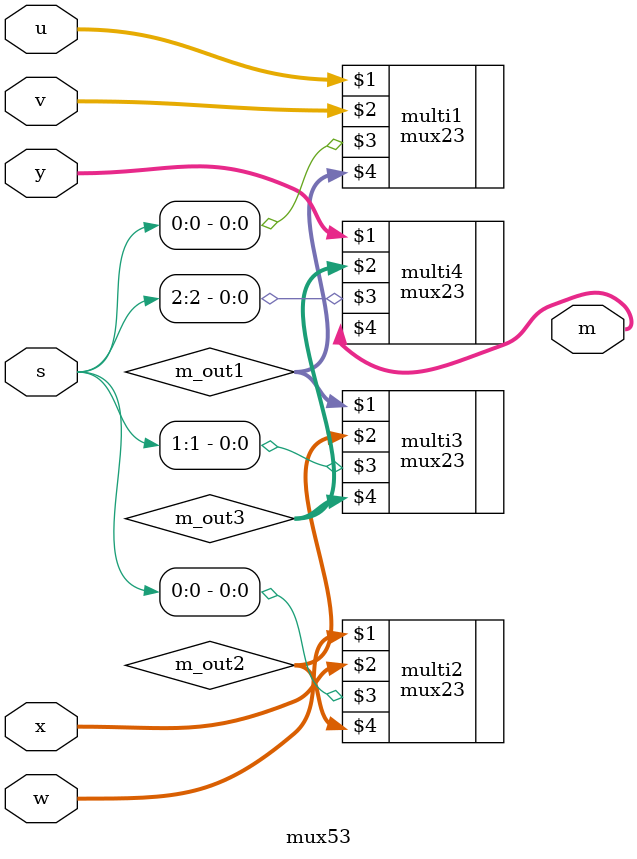
<source format=sv>
module mux53 (input logic [2:0] u, v, w, x, y, 
              input logic [2:0] s, 
              output logic [2:0] m);
				  
logic [0:2] m_out1, m_out2, m_out3;

mux23 multi1(u,v,s[0],m_out1);
mux23 multi2(w,x,s[0],m_out2);
mux23 multi3(m_out1, m_out2, s[1], m_out3);
mux23 multi4(y, m_out3, s[2], m);
 
endmodule
</source>
